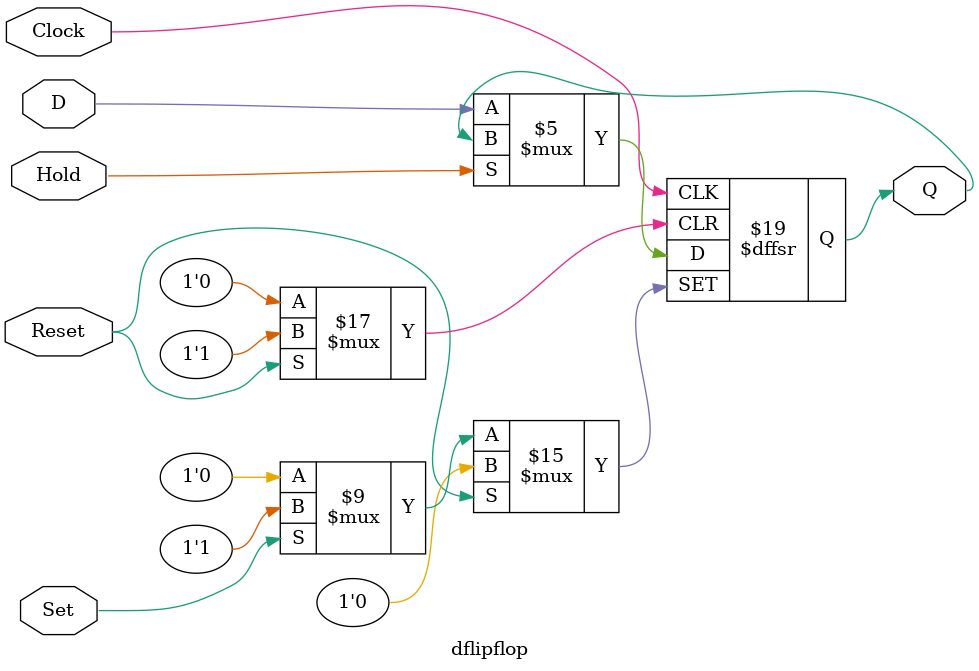
<source format=v>
`timescale 1 ns / 1 ps

module dflipflop(input Clock, Hold, Reset, Set, D, output reg Q);
	always @ (posedge Clock, posedge	Reset, posedge Set)
	begin
		if(Reset == 1) Q <= 0;
		else if(Set == 1) Q <= 1;
		else if(Hold == 0) Q <= D;
	end
endmodule

</source>
